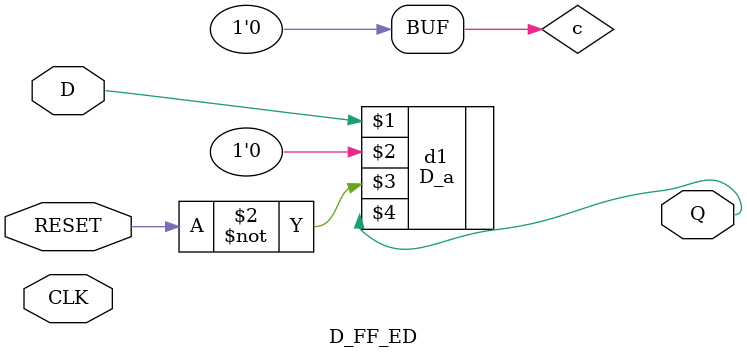
<source format=v>
`include "D_a.v"
module D_FF_ED(input D, input CLK, input RESET, output Q);
wire c, cn;
not (cn, CLK);
and (c, cn, CLK);
D_a d1(D,c,~RESET,Q);

endmodule


</source>
